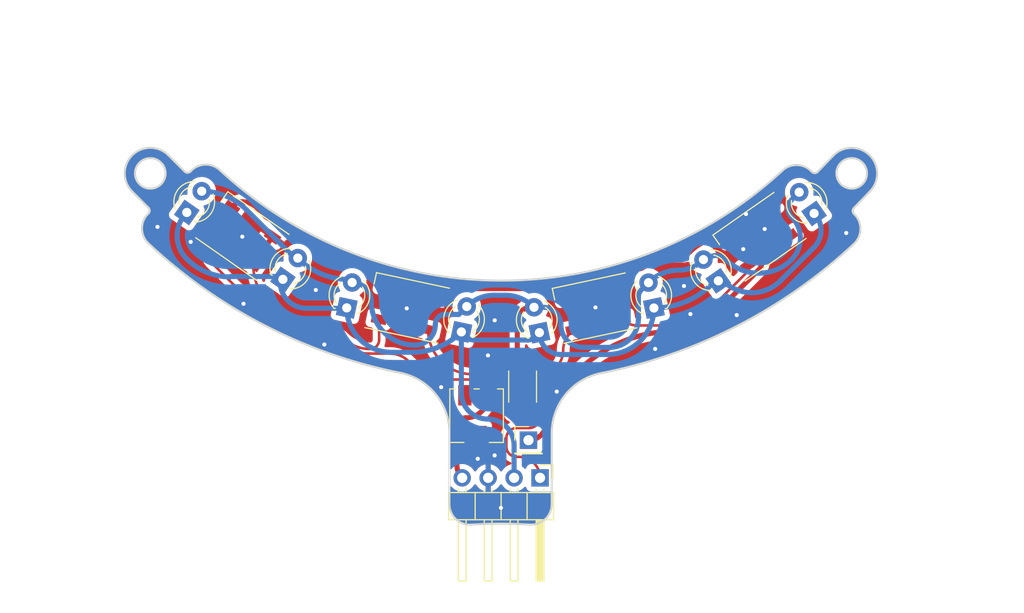
<source format=kicad_pcb>
(kicad_pcb (version 20221018) (generator pcbnew)
  (layers (0 "F.Cu" signal) (31 "B.Cu" signal) (34 "B.Paste" user) (35 "F.Paste" user) (36 "B.SilkS" user "B.Silkscreen") (37 "F.SilkS" user "F.Silkscreen") (38 "B.Mask" user) (39 "F.Mask" user) (44 "Edge.Cuts" user))
  (net 0 "")
  (net 1 "GND")
  (net 2 "+5V")
  (net 3 "/PWM")
  (net 4 "+3.3V")
  (net 5 "/S")
  (net 6 "Net-(Q1-E)")
  (net 9 "Net-(D1-DIN)")
  (net 10 "Net-(D2-DOUT)")
  (net 11 "Net-(D2-DIN)")
  (footprint "LED_THT:LED_D3.0mm_Clear" (layer "F.Cu") (at 174.756262 102.614105 78)
    (fp_text reference "Q10" hide)
    (fp_text value "Q_Photo_NPN")
    (fp_line (start -0.29 -1.236) (end -0.29 -1.08) (stroke (width 0.12)) (layer "F.SilkS"))
    (fp_line (start -0.29 1.08) (end -0.29 1.236) (stroke (width 0.12)) (layer "F.SilkS"))
    (fp_arc (start -0.29 -1.235516) (mid 1.366487 -1.987659) (end 2.942335 -1.078608) (stroke (width 0.12)) (layer "F.SilkS"))
    (fp_arc (start 0.229039 -1.08) (mid 1.270117 -1.5) (end 2.31113 -1.079837) (stroke (width 0.12)) (layer "F.SilkS"))
    (fp_arc (start 2.31113 1.079837) (mid 1.270117 1.5) (end 0.229039 1.08) (stroke (width 0.12)) (layer "F.SilkS"))
    (fp_arc (start 2.942335 1.078608) (mid 1.366487 1.987659) (end -0.29 1.235516) (stroke (width 0.12)) (layer "F.SilkS"))
    (pad "1" thru_hole rect (at 0 0 78) (size 1.8 1.8) (drill 0.9) (layers "*.Cu" "*.Mask") (net 4 "+3.3V"))
    (pad "2" thru_hole circle (at 2.54 0 78) (size 1.8 1.8) (drill 0.9) (layers "*.Cu" "*.Mask") (net 6 "Net-(Q1-E)"))
  )
  (footprint "LED_THT:LED_D3.0mm_Clear" (layer "F.Cu") (at 193.597947 100.275554 102)
    (fp_text reference "Q2" hide)
    (fp_text value "Q_Photo_NPN")
    (fp_line (start -0.29 -1.236) (end -0.29 -1.08) (stroke (width 0.12)) (layer "F.SilkS"))
    (fp_line (start -0.29 1.08) (end -0.29 1.236) (stroke (width 0.12)) (layer "F.SilkS"))
    (fp_arc (start -0.29 -1.235516) (mid 1.366487 -1.987659) (end 2.942335 -1.078608) (stroke (width 0.12)) (layer "F.SilkS"))
    (fp_arc (start 0.229039 -1.08) (mid 1.270118 -1.5) (end 2.31113 -1.079837) (stroke (width 0.12)) (layer "F.SilkS"))
    (fp_arc (start 2.31113 1.079837) (mid 1.270118 1.5) (end 0.229039 1.08) (stroke (width 0.12)) (layer "F.SilkS"))
    (fp_arc (start 2.942335 1.078608) (mid 1.366487 1.987659) (end -0.29 1.235516) (stroke (width 0.12)) (layer "F.SilkS"))
    (pad "1" thru_hole rect (at 0 0 102) (size 1.8 1.8) (drill 0.9) (layers "*.Cu" "*.Mask") (net 4 "+3.3V"))
    (pad "2" thru_hole circle (at 2.54 0 102) (size 1.8 1.8) (drill 0.9) (layers "*.Cu" "*.Mask") (net 6 "Net-(Q1-E)"))
  )
  (footprint "LED_THT:LED_D3.0mm_Clear" (layer "F.Cu") (at 182.394613 102.687566 102)
    (fp_text reference "Q1" hide)
    (fp_text value "Q_Photo_NPN")
    (fp_line (start -0.29 -1.236) (end -0.29 -1.08) (stroke (width 0.12)) (layer "F.SilkS"))
    (fp_line (start -0.29 1.08) (end -0.29 1.236) (stroke (width 0.12)) (layer "F.SilkS"))
    (fp_arc (start -0.29 -1.235516) (mid 1.366487 -1.987659) (end 2.942335 -1.078608) (stroke (width 0.12)) (layer "F.SilkS"))
    (fp_arc (start 0.229039 -1.08) (mid 1.270118 -1.5) (end 2.31113 -1.079837) (stroke (width 0.12)) (layer "F.SilkS"))
    (fp_arc (start 2.31113 1.079837) (mid 1.270118 1.5) (end 0.229039 1.08) (stroke (width 0.12)) (layer "F.SilkS"))
    (fp_arc (start 2.942335 1.078608) (mid 1.366487 1.987659) (end -0.29 1.235516) (stroke (width 0.12)) (layer "F.SilkS"))
    (pad "1" thru_hole rect (at 0 0 102) (size 1.8 1.8) (drill 0.9) (layers "*.Cu" "*.Mask") (net 4 "+3.3V"))
    (pad "2" thru_hole circle (at 2.54 0 102) (size 1.8 1.8) (drill 0.9) (layers "*.Cu" "*.Mask") (net 6 "Net-(Q1-E)"))
  )
  (footprint "LED_SMD:LED_WS2812B_PLCC4_5.0x5.0mm_P3.2mm" (layer "F.Cu") (at 187.793614 100.287606 -168)
    (fp_text reference "D5" hide)
    (fp_text value "NeoPixel_THT")
    (fp_line (start -3.65 -2.75) (end 3.65 -2.75) (stroke (width 0.12)) (layer "F.SilkS"))
    (fp_line (start -3.65 2.75) (end 3.65 2.75) (stroke (width 0.12)) (layer "F.SilkS"))
    (fp_line (start 3.65 2.75) (end 3.65 1.6) (stroke (width 0.12)) (layer "F.SilkS"))
    (pad "1" smd rect (at -2.45 -1.65 192) (size 1.5 0.9) (layers "F.Cu" "F.Paste" "F.Mask") (net 9 "Net-(D1-DIN)"))
    (pad "2" smd rect (at -2.45 1.65 192) (size 1.5 0.9) (layers "F.Cu" "F.Paste" "F.Mask") (net 1 "GND"))
    (pad "3" smd rect (at 2.45 1.65 192) (size 1.5 0.9) (layers "F.Cu" "F.Paste" "F.Mask") (net 2 "+5V"))
    (pad "4" smd rect (at 2.45 -1.65 192) (size 1.5 0.9) (layers "F.Cu" "F.Paste" "F.Mask") (net 10 "Net-(D2-DOUT)"))
  )
  (footprint "LED_SMD:LED_WS2812B_PLCC4_5.0x5.0mm_P3.2mm" (layer "F.Cu") (at 153.325816 93.229401 145)
    (fp_text reference "D3" hide)
    (fp_text value "NeoPixel_THT")
    (fp_line (start -3.65 -2.75) (end 3.65 -2.75) (stroke (width 0.12)) (layer "F.SilkS"))
    (fp_line (start -3.65 2.75) (end 3.65 2.75) (stroke (width 0.12)) (layer "F.SilkS"))
    (fp_line (start 3.65 2.75) (end 3.65 1.6) (stroke (width 0.12)) (layer "F.SilkS"))
    (pad "1" smd rect (at -2.45 -1.65 145) (size 1.5 0.9) (layers "F.Cu" "F.Paste" "F.Mask") (net 11 "Net-(D2-DIN)"))
    (pad "2" smd rect (at -2.45 1.65 145) (size 1.5 0.9) (layers "F.Cu" "F.Paste" "F.Mask") (net 1 "GND"))
    (pad "3" smd rect (at 2.45 1.65 145) (size 1.5 0.9) (layers "F.Cu" "F.Paste" "F.Mask") (net 2 "+5V"))
    (pad "4" smd rect (at 2.45 -1.65 145) (size 1.5 0.9) (layers "F.Cu" "F.Paste" "F.Mask") (net 3 "/PWM"))
  )
  (footprint "Potentiometer_SMD:Potentiometer_Vishay_TS53YJ_Vertical" (layer "F.Cu") (at 176.248592 110.820719 90)
    (fp_text reference "RV2" hide)
    (fp_text value "R_Potentiometer_Trim_US")
    (fp_line (start -2.62 -2.62) (end -2.62 -1.24) (stroke (width 0.12)) (layer "F.SilkS"))
    (fp_line (start -2.62 -2.62) (end 2.62 -2.62) (stroke (width 0.12)) (layer "F.SilkS"))
    (fp_line (start -2.62 1.24) (end -2.62 2.62) (stroke (width 0.12)) (layer "F.SilkS"))
    (fp_line (start -2.62 2.62) (end 2.62 2.62) (stroke (width 0.12)) (layer "F.SilkS"))
    (fp_line (start 2.62 -2.62) (end 2.62 -2.039) (stroke (width 0.12)) (layer "F.SilkS"))
    (fp_line (start 2.62 -0.26) (end 2.62 0.26) (stroke (width 0.12)) (layer "F.SilkS"))
    (fp_line (start 2.62 2.04) (end 2.62 2.62) (stroke (width 0.12)) (layer "F.SilkS"))
    (pad "1" smd rect (at 2 -1.15 90) (size 2 1.3) (layers "F.Cu" "F.Paste" "F.Mask"))
    (pad "2" smd rect (at -2 0 90) (size 2 2) (layers "F.Cu" "F.Paste" "F.Mask") (net 1 "GND"))
    (pad "3" smd rect (at 2 1.15 90) (size 2 1.3) (layers "F.Cu" "F.Paste" "F.Mask") (net 5 "/S"))
  )
  (footprint "LED_SMD:LED_WS2812B_PLCC4_5.0x5.0mm_P3.2mm" (layer "F.Cu") (at 169.448838 100.26428 168)
    (fp_text reference "D2" hide)
    (fp_text value "NeoPixel_THT")
    (fp_line (start -3.65 -2.75) (end 3.65 -2.75) (stroke (width 0.12)) (layer "F.SilkS"))
    (fp_line (start -3.65 2.75) (end 3.65 2.75) (stroke (width 0.12)) (layer "F.SilkS"))
    (fp_line (start 3.65 2.75) (end 3.65 1.6) (stroke (width 0.12)) (layer "F.SilkS"))
    (pad "1" smd rect (at -2.45 -1.65 168) (size 1.5 0.9) (layers "F.Cu" "F.Paste" "F.Mask") (net 10 "Net-(D2-DOUT)"))
    (pad "2" smd rect (at -2.45 1.65 168) (size 1.5 0.9) (layers "F.Cu" "F.Paste" "F.Mask") (net 1 "GND"))
    (pad "3" smd rect (at 2.45 1.65 168) (size 1.5 0.9) (layers "F.Cu" "F.Paste" "F.Mask") (net 2 "+5V"))
    (pad "4" smd rect (at 2.45 -1.65 168) (size 1.5 0.9) (layers "F.Cu" "F.Paste" "F.Mask") (net 11 "Net-(D2-DIN)"))
  )
  (footprint "LED_THT:LED_D3.0mm_Clear" (layer "F.Cu") (at 209.27268 91.014723 125)
    (fp_text reference "Q4" hide)
    (fp_text value "Q_Photo_NPN")
    (fp_line (start -0.29 -1.236) (end -0.29 -1.08) (stroke (width 0.12)) (layer "F.SilkS"))
    (fp_line (start -0.29 1.08) (end -0.29 1.236) (stroke (width 0.12)) (layer "F.SilkS"))
    (fp_arc (start -0.29 -1.235516) (mid 1.366488 -1.987659) (end 2.942335 -1.078608) (stroke (width 0.12)) (layer "F.SilkS"))
    (fp_arc (start 0.229039 -1.08) (mid 1.270117 -1.5) (end 2.31113 -1.079837) (stroke (width 0.12)) (layer "F.SilkS"))
    (fp_arc (start 2.31113 1.079837) (mid 1.270117 1.5) (end 0.229039 1.08) (stroke (width 0.12)) (layer "F.SilkS"))
    (fp_arc (start 2.942335 1.078608) (mid 1.366488 1.987659) (end -0.29 1.235516) (stroke (width 0.12)) (layer "F.SilkS"))
    (pad "1" thru_hole rect (at 0 0 125) (size 1.8 1.8) (drill 0.9) (layers "*.Cu" "*.Mask") (net 4 "+3.3V"))
    (pad "2" thru_hole circle (at 2.54 0 125) (size 1.8 1.8) (drill 0.9) (layers "*.Cu" "*.Mask") (net 6 "Net-(Q1-E)"))
  )
  (footprint "LED_THT:LED_D3.0mm_Clear" (layer "F.Cu") (at 199.902405 97.612484 125)
    (fp_text reference "Q3" hide)
    (fp_text value "Q_Photo_NPN")
    (fp_line (start -0.29 -1.236) (end -0.29 -1.08) (stroke (width 0.12)) (layer "F.SilkS"))
    (fp_line (start -0.29 1.08) (end -0.29 1.236) (stroke (width 0.12)) (layer "F.SilkS"))
    (fp_arc (start -0.29 -1.235516) (mid 1.366488 -1.987659) (end 2.942335 -1.078608) (stroke (width 0.12)) (layer "F.SilkS"))
    (fp_arc (start 0.229039 -1.08) (mid 1.270117 -1.5) (end 2.31113 -1.079837) (stroke (width 0.12)) (layer "F.SilkS"))
    (fp_arc (start 2.31113 1.079837) (mid 1.270117 1.5) (end 0.229039 1.08) (stroke (width 0.12)) (layer "F.SilkS"))
    (fp_arc (start 2.942335 1.078608) (mid 1.366488 1.987659) (end -0.29 1.235516) (stroke (width 0.12)) (layer "F.SilkS"))
    (pad "1" thru_hole rect (at 0 0 125) (size 1.8 1.8) (drill 0.9) (layers "*.Cu" "*.Mask") (net 4 "+3.3V"))
    (pad "2" thru_hole circle (at 2.54 0 125) (size 1.8 1.8) (drill 0.9) (layers "*.Cu" "*.Mask") (net 6 "Net-(Q1-E)"))
  )
  (footprint "LED_THT:LED_D3.0mm_Clear" (layer "F.Cu") (at 163.540453 100.260781 78)
    (fp_text reference "Q9" hide)
    (fp_text value "Q_Photo_NPN")
    (fp_line (start -0.29 -1.236) (end -0.29 -1.08) (stroke (width 0.12)) (layer "F.SilkS"))
    (fp_line (start -0.29 1.08) (end -0.29 1.236) (stroke (width 0.12)) (layer "F.SilkS"))
    (fp_arc (start -0.29 -1.235516) (mid 1.366487 -1.987659) (end 2.942335 -1.078608) (stroke (width 0.12)) (layer "F.SilkS"))
    (fp_arc (start 0.229039 -1.08) (mid 1.270117 -1.5) (end 2.31113 -1.079837) (stroke (width 0.12)) (layer "F.SilkS"))
    (fp_arc (start 2.31113 1.079837) (mid 1.270117 1.5) (end 0.229039 1.08) (stroke (width 0.12)) (layer "F.SilkS"))
    (fp_arc (start 2.942335 1.078608) (mid 1.366487 1.987659) (end -0.29 1.235516) (stroke (width 0.12)) (layer "F.SilkS"))
    (pad "1" thru_hole rect (at 0 0 78) (size 1.8 1.8) (drill 0.9) (layers "*.Cu" "*.Mask") (net 4 "+3.3V"))
    (pad "2" thru_hole circle (at 2.54 0 78) (size 1.8 1.8) (drill 0.9) (layers "*.Cu" "*.Mask") (net 6 "Net-(Q1-E)"))
  )
  (footprint "Connector_PinHeader_2.54mm:PinHeader_1x04_P2.54mm_Horizontal" (layer "F.Cu") (at 182.456099 116.907974 -90)
    (fp_text reference "J2" hide)
    (fp_text value "Conn_01x04_Pin")
    (fp_line (start -1.27 -1.27) (end 0 -1.27) (stroke (width 0.12)) (layer "F.SilkS"))
    (fp_line (start -1.27 0) (end -1.27 -1.27) (stroke (width 0.12)) (layer "F.SilkS"))
    (fp_line (start 1.042929 2.16) (end 1.44 2.16) (stroke (width 0.12)) (layer "F.SilkS"))
    (fp_line (start 1.042929 2.92) (end 1.44 2.92) (stroke (width 0.12)) (layer "F.SilkS"))
    (fp_line (start 1.042929 4.7) (end 1.44 4.7) (stroke (width 0.12)) (layer "F.SilkS"))
    (fp_line (start 1.042929 5.46) (end 1.44 5.46) (stroke (width 0.12)) (layer "F.SilkS"))
    (fp_line (start 1.042929 7.24) (end 1.44 7.24) (stroke (width 0.12)) (layer "F.SilkS"))
    (fp_line (start 1.042929 8) (end 1.44 8) (stroke (width 0.12)) (layer "F.SilkS"))
    (fp_line (start 1.11 -0.38) (end 1.44 -0.38) (stroke (width 0.12)) (layer "F.SilkS"))
    (fp_line (start 1.11 0.38) (end 1.44 0.38) (stroke (width 0.12)) (layer "F.SilkS"))
    (fp_line (start 1.44 -1.33) (end 1.44 8.95) (stroke (width 0.12)) (layer "F.SilkS"))
    (fp_line (start 1.44 1.27) (end 4.1 1.27) (stroke (width 0.12)) (layer "F.SilkS"))
    (fp_line (start 1.44 3.81) (end 4.1 3.81) (stroke (width 0.12)) (layer "F.SilkS"))
    (fp_line (start 1.44 6.35) (end 4.1 6.35) (stroke (width 0.12)) (layer "F.SilkS"))
    (fp_line (start 1.44 8.95) (end 4.1 8.95) (stroke (width 0.12)) (layer "F.SilkS"))
    (fp_line (start 4.1 -1.33) (end 1.44 -1.33) (stroke (width 0.12)) (layer "F.SilkS"))
    (fp_line (start 4.1 -0.38) (end 10.1 -0.38) (stroke (width 0.12)) (layer "F.SilkS"))
    (fp_line (start 4.1 -0.32) (end 10.1 -0.32) (stroke (width 0.12)) (layer "F.SilkS"))
    (fp_line (start 4.1 -0.2) (end 10.1 -0.2) (stroke (width 0.12)) (layer "F.SilkS"))
    (fp_line (start 4.1 -0.08) (end 10.1 -0.08) (stroke (width 0.12)) (layer "F.SilkS"))
    (fp_line (start 4.1 0.04) (end 10.1 0.04) (stroke (width 0.12)) (layer "F.SilkS"))
    (fp_line (start 4.1 0.16) (end 10.1 0.16) (stroke (width 0.12)) (layer "F.SilkS"))
    (fp_line (start 4.1 0.28) (end 10.1 0.28) (stroke (width 0.12)) (layer "F.SilkS"))
    (fp_line (start 4.1 2.16) (end 10.1 2.16) (stroke (width 0.12)) (layer "F.SilkS"))
    (fp_line (start 4.1 4.7) (end 10.1 4.7) (stroke (width 0.12)) (layer "F.SilkS"))
    (fp_line (start 4.1 7.24) (end 10.1 7.24) (stroke (width 0.12)) (layer "F.SilkS"))
    (fp_line (start 4.1 8.95) (end 4.1 -1.33) (stroke (width 0.12)) (layer "F.SilkS"))
    (fp_line (start 10.1 -0.38) (end 10.1 0.38) (stroke (width 0.12)) (layer "F.SilkS"))
    (fp_line (start 10.1 0.38) (end 4.1 0.38) (stroke (width 0.12)) (layer "F.SilkS"))
    (fp_line (start 10.1 2.16) (end 10.1 2.92) (stroke (width 0.12)) (layer "F.SilkS"))
    (fp_line (start 10.1 2.92) (end 4.1 2.92) (stroke (width 0.12)) (layer "F.SilkS"))
    (fp_line (start 10.1 4.7) (end 10.1 5.46) (stroke (width 0.12)) (layer "F.SilkS"))
    (fp_line (start 10.1 5.46) (end 4.1 5.46) (stroke (width 0.12)) (layer "F.SilkS"))
    (fp_line (start 10.1 7.24) (end 10.1 8) (stroke (width 0.12)) (layer "F.SilkS"))
    (fp_line (start 10.1 8) (end 4.1 8) (stroke (width 0.12)) (layer "F.SilkS"))
    (pad "1" thru_hole rect (at 0 0 270) (size 1.7 1.7) (drill 1) (layers "*.Cu" "*.Mask") (net 3 "/PWM"))
    (pad "2" thru_hole oval (at 0 2.54 270) (size 1.7 1.7) (drill 1) (layers "*.Cu" "*.Mask") (net 4 "+3.3V"))
    (pad "3" thru_hole oval (at 0 5.08 270) (size 1.7 1.7) (drill 1) (layers "*.Cu" "*.Mask") (net 1 "GND"))
    (pad "4" thru_hole oval (at 0 7.62 270) (size 1.7 1.7) (drill 1) (layers "*.Cu" "*.Mask") (net 5 "/S"))
  )
  (footprint "Connector_PinHeader_2.54mm:PinHeader_1x01_P2.54mm_Vertical" (layer "F.Cu") (at 181.323592 113.220719)
    (fp_text reference "J3" hide)
    (fp_text value "Conn_01x01_Pin")
    (fp_line (start -1.33 -1.33) (end 0 -1.33) (stroke (width 0.12)) (layer "F.SilkS"))
    (fp_line (start -1.33 0) (end -1.33 -1.33) (stroke (width 0.12)) (layer "F.SilkS"))
    (fp_line (start -1.33 1.27) (end -1.33 1.33) (stroke (width 0.12)) (layer "F.SilkS"))
    (fp_line (start -1.33 1.27) (end 1.33 1.27) (stroke (width 0.12)) (layer "F.SilkS"))
    (fp_line (start -1.33 1.33) (end 1.33 1.33) (stroke (width 0.12)) (layer "F.SilkS"))
    (fp_line (start 1.33 1.27) (end 1.33 1.33) (stroke (width 0.12)) (layer "F.SilkS"))
    (pad "1" thru_hole rect (at 0 0) (size 1.7 1.7) (drill 1) (layers "*.Cu" "*.Mask") (net 2 "+5V"))
  )
  (footprint "LED_SMD:LED_WS2812B_PLCC4_5.0x5.0mm_P3.2mm" (layer "F.Cu") (at 203.934473 93.293751 -145)
    (fp_text reference "D1" hide)
    (fp_text value "NeoPixel_THT")
    (fp_line (start -3.65 -2.75) (end 3.65 -2.75) (stroke (width 0.12)) (layer "F.SilkS"))
    (fp_line (start -3.65 2.75) (end 3.65 2.75) (stroke (width 0.12)) (layer "F.SilkS"))
    (fp_line (start 3.65 2.75) (end 3.65 1.6) (stroke (width 0.12)) (layer "F.SilkS"))
    (pad "1" smd rect (at -2.45 -1.65 215) (size 1.5 0.9) (layers "F.Cu" "F.Paste" "F.Mask"))
    (pad "2" smd rect (at -2.45 1.65 215) (size 1.5 0.9) (layers "F.Cu" "F.Paste" "F.Mask") (net 1 "GND"))
    (pad "3" smd rect (at 2.45 1.65 215) (size 1.5 0.9) (layers "F.Cu" "F.Paste" "F.Mask") (net 2 "+5V"))
    (pad "4" smd rect (at 2.45 -1.65 215) (size 1.5 0.9) (layers "F.Cu" "F.Paste" "F.Mask") (net 9 "Net-(D1-DIN)"))
  )
  (footprint "LED_THT:LED_D3.0mm_Clear" (layer "F.Cu") (at 147.888486 90.917591 55)
    (fp_text reference "Q7" hide)
    (fp_text value "Q_Photo_NPN")
    (fp_line (start -0.29 -1.236) (end -0.29 -1.08) (stroke (width 0.12)) (layer "F.SilkS"))
    (fp_line (start -0.29 1.08) (end -0.29 1.236) (stroke (width 0.12)) (layer "F.SilkS"))
    (fp_arc (start -0.29 -1.235516) (mid 1.366487 -1.987659) (end 2.942335 -1.078608) (stroke (width 0.12)) (layer "F.SilkS"))
    (fp_arc (start 0.229039 -1.08) (mid 1.270118 -1.5) (end 2.31113 -1.079837) (stroke (width 0.12)) (layer "F.SilkS"))
    (fp_arc (start 2.31113 1.079837) (mid 1.270117 1.5) (end 0.229039 1.08) (stroke (width 0.12)) (layer "F.SilkS"))
    (fp_arc (start 2.942335 1.078608) (mid 1.366487 1.987659) (end -0.29 1.235516) (stroke (width 0.12)) (layer "F.SilkS"))
    (pad "1" thru_hole rect (at 0 0 55) (size 1.8 1.8) (drill 0.9) (layers "*.Cu" "*.Mask") (net 4 "+3.3V"))
    (pad "2" thru_hole circle (at 2.54 0 55) (size 1.8 1.8) (drill 0.9) (layers "*.Cu" "*.Mask") (net 6 "Net-(Q1-E)"))
  )
  (footprint "LED_THT:LED_D3.0mm_Clear" (layer "F.Cu") (at 157.293176 97.466202 55)
    (fp_text reference "Q8" hide)
    (fp_text value "Q_Photo_NPN")
    (fp_line (start -0.29 -1.236) (end -0.29 -1.08) (stroke (width 0.12)) (layer "F.SilkS"))
    (fp_line (start -0.29 1.08) (end -0.29 1.236) (stroke (width 0.12)) (layer "F.SilkS"))
    (fp_arc (start -0.29 -1.235516) (mid 1.366487 -1.987659) (end 2.942335 -1.078608) (stroke (width 0.12)) (layer "F.SilkS"))
    (fp_arc (start 0.229039 -1.08) (mid 1.270118 -1.5) (end 2.31113 -1.079837) (stroke (width 0.12)) (layer "F.SilkS"))
    (fp_arc (start 2.31113 1.079837) (mid 1.270117 1.5) (end 0.229039 1.08) (stroke (width 0.12)) (layer "F.SilkS"))
    (fp_arc (start 2.942335 1.078608) (mid 1.366487 1.987659) (end -0.29 1.235516) (stroke (width 0.12)) (layer "F.SilkS"))
    (pad "1" thru_hole rect (at 0 0 55) (size 1.8 1.8) (drill 0.9) (layers "*.Cu" "*.Mask") (net 4 "+3.3V"))
    (pad "2" thru_hole circle (at 2.54 0 55) (size 1.8 1.8) (drill 0.9) (layers "*.Cu" "*.Mask") (net 6 "Net-(Q1-E)"))
  )
  (footprint "Resistor_SMD:R_2010_5025Metric" (layer "F.Cu") (at 180.748592 107.970719 90)
    (fp_text reference "R8" hide)
    (fp_text value "1K")
    (fp_line (start -1.527064 -1.36) (end 1.527064 -1.36) (stroke (width 0.12)) (layer "F.SilkS"))
    (fp_line (start -1.527064 1.36) (end 1.527064 1.36) (stroke (width 0.12)) (layer "F.SilkS"))
    (pad "1" smd roundrect (at -2.3125 0 90) (size 1.225 2.65) (layers "F.Cu" "F.Paste" "F.Mask") (roundrect_rratio 0.2040816327) (net 5 "/S"))
    (pad "2" smd roundrect (at 2.3125 0 90) (size 1.225 2.65) (layers "F.Cu" "F.Paste" "F.Mask") (roundrect_rratio 0.2040816327) (net 6 "Net-(Q1-E)"))
  )
  (gr_arc (start 144.14101 93.941029) (mid 143.508992 92.514164) (end 144.094524 91.067596) (stroke (width 0.2)) (layer "Edge.Cuts"))
  (gr_arc (start 206.196915 86.808612) (mid 207.594254 86.276265) (end 208.97018 86.861702) (stroke (width 0.2)) (layer "Edge.Cuts"))
  (gr_arc (start 213.215544 91.107065) (mid 213.801067 92.554834) (end 213.167319 93.982126) (stroke (width 0.2)) (layer "Edge.Cuts"))
  (gr_line (start 211.149264 85.357836) (end 209.627036 86.941657) (stroke (width 0.2)) (layer "Edge.Cuts"))
  (gr_arc (start 148.339697 86.822423) (mid 149.716985 86.236985) (end 151.114955 86.771182) (stroke (width 0.2)) (layer "Edge.Cuts"))
  (gr_arc (start 183.594484 112.530724) (mid 184.96 108.72) (end 188.435011 106.643821) (stroke (width 0.2)) (layer "Edge.Cuts"))
  (gr_arc (start 206.196915 86.808612) (mid 178.648592 97.59572) (end 151.114955 86.771182) (stroke (width 0.2)) (layer "Edge.Cuts"))
  (gr_arc (start 211.149264 85.357836) (mid 214.684049 85.287766) (end 214.7542 88.822578) (stroke (width 0.2)) (layer "Edge.Cuts"))
  (gr_circle (center 212.951732 87.090207) (end 214.451732 87.090207) (stroke (width 0.2)) (fill none) (layer "Edge.Cuts"))
  (gr_line (start 213.152272 90.489324) (end 214.7542 88.822578) (stroke (width 0.2)) (layer "Edge.Cuts"))
  (gr_line (start 144.14478 91.01734) (end 144.094524 91.067596) (stroke (width 0.2)) (layer "Edge.Cuts"))
  (gr_line (start 142.551099 88.857974) (end 144.14478 90.451654) (stroke (width 0.2)) (layer "Edge.Cuts"))
  (gr_arc (start 175.723881 121.489129) (mid 178.596142 121.394866) (end 181.468562 121.484131) (stroke (width 0.2)) (layer "Edge.Cuts"))
  (gr_arc (start 213.157824 91.049346) (mid 213.040734 90.770473) (end 213.152272 90.489324) (stroke (width 0.2)) (layer "Edge.Cuts"))
  (gr_arc (start 209.627036 86.941657) (mid 209.342622 87.064434) (end 209.055799 86.94732) (stroke (width 0.2)) (layer "Edge.Cuts"))
  (gr_line (start 147.680314 86.91612) (end 146.086633 85.32244) (stroke (width 0.2)) (layer "Edge.Cuts"))
  (gr_line (start 148.339697 86.822423) (end 148.245999 86.91612) (stroke (width 0.2)) (layer "Edge.Cuts"))
  (gr_line (start 183.594484 119.488099) (end 183.594484 112.530724) (stroke (width 0.2)) (layer "Edge.Cuts"))
  (gr_arc (start 148.245999 86.91612) (mid 147.963157 87.033278) (end 147.680314 86.91612) (stroke (width 0.2)) (layer "Edge.Cuts"))
  (gr_arc (start 168.771295 106.614857) (mid 155.570198 101.999702) (end 144.14101 93.941029) (stroke (width 0.2)) (layer "Edge.Cuts"))
  (gr_line (start 209.055799 86.94732) (end 208.97018 86.861702) (stroke (width 0.2)) (layer "Edge.Cuts"))
  (gr_arc (start 142.551099 88.857974) (mid 142.551099 85.32244) (end 146.086633 85.32244) (stroke (width 0.2)) (layer "Edge.Cuts"))
  (gr_line (start 213.215544 91.107065) (end 213.157824 91.049346) (stroke (width 0.2)) (layer "Edge.Cuts"))
  (gr_line (start 173.594484 112.498319) (end 173.594484 119.49332) (stroke (width 0.2)) (layer "Edge.Cuts"))
  (gr_circle (center 144.318866 87.090207) (end 145.818866 87.090207) (stroke (width 0.2)) (fill none) (layer "Edge.Cuts"))
  (gr_arc (start 183.594484 119.488099) (mid 182.96346 120.946164) (end 181.468562 121.484131) (stroke (width 0.2)) (layer "Edge.Cuts"))
  (gr_arc (start 213.167319 93.982126) (mid 201.689101 102.047395) (end 188.435011 106.643821) (stroke (width 0.2)) (layer "Edge.Cuts"))
  (gr_arc (start 144.14478 90.451654) (mid 144.26194 90.734503) (end 144.14478 91.01734) (stroke (width 0.2)) (layer "Edge.Cuts"))
  (gr_arc (start 168.771295 106.614857) (mid 172.234579 108.694428) (end 173.594484 112.498319) (stroke (width 0.2)) (layer "Edge.Cuts"))
  (gr_arc (start 175.723881 121.489129) (mid 174.22679 120.952562) (end 173.594484 119.49332) (stroke (width 0.2)) (layer "Edge.Cuts"))
  (via (at 148.27 93.8) (size 0.8) (drill 0.4) (layers "F.Cu" "B.Cu") (net 1))
  (via (at 161.35 103.85) (size 0.8) (drill 0.4) (layers "F.Cu" "B.Cu") (net 1))
  (via (at 187.88 100.22) (size 0.8) (drill 0.4) (layers "F.Cu" "B.Cu") (net 1))
  (via (at 196.54 98.12) (size 0.8) (drill 0.4) (layers "F.Cu" "B.Cu") (net 1))
  (via (at 193.72 104.28) (size 0.8) (drill 0.4) (layers "F.Cu" "B.Cu") (net 1))
  (via (at 178.01 114.71) (size 0.8) (drill 0.4) (layers "F.Cu" "B.Cu") (net 1))
  (via (at 202.34 94.51) (size 0.8) (drill 0.4) (layers "F.Cu" "B.Cu") (net 1))
  (via (at 178.63 119.84) (size 0.8) (drill 0.4) (layers "F.Cu" "B.Cu") (net 1))
  (via (at 202.61 91.07) (size 0.8) (drill 0.4) (layers "F.Cu" "B.Cu") (net 1))
  (via (at 204.44 92.54) (size 0.8) (drill 0.4) (layers "F.Cu" "B.Cu") (net 1))
  (via (at 201.7 100.97) (size 0.8) (drill 0.4) (layers "F.Cu" "B.Cu") (net 1))
  (via (at 172.78 108.03) (size 0.8) (drill 0.4) (layers "F.Cu" "B.Cu") (net 1))
  (via (at 169.41 100.31) (size 0.8) (drill 0.4) (layers "F.Cu" "B.Cu") (net 1))
  (via (at 176.36 115.04) (size 0.8) (drill 0.4) (layers "F.Cu" "B.Cu") (net 1))
  (via (at 178.02 101.48) (size 0.8) (drill 0.4) (layers "F.Cu" "B.Cu") (net 1))
  (via (at 212.42 92.93) (size 0.8) (drill 0.4) (layers "F.Cu" "B.Cu") (net 1))
  (via (at 153.44 99.86) (size 0.8) (drill 0.4) (layers "F.Cu" "B.Cu") (net 1))
  (via (at 153.32 93.29) (size 0.8) (drill 0.4) (layers "F.Cu" "B.Cu") (net 1))
  (via (at 197.17 100.87) (size 0.8) (drill 0.4) (layers "F.Cu" "B.Cu") (net 1))
  (via (at 160.51 98.51) (size 0.8) (drill 0.4) (layers "F.Cu" "B.Cu") (net 1))
  (via (at 177.36 104.92) (size 0.8) (drill 0.4) (layers "F.Cu" "B.Cu") (net 1))
  (via (at 145.02 92.33) (size 0.8) (drill 0.4) (layers "F.Cu" "B.Cu") (net 1))
  (via (at 184.09 108.46) (size 0.8) (drill 0.4) (layers "F.Cu" "B.Cu") (net 1))
  (segment (start 171.070442 97.706228) (end 174.053125 97.706228) (width 0.5) (layer "F.Cu") (net 2))
  (segment (start 167.395431 98.140953) (end 166.203087 96.948609) (width 0.5) (layer "F.Cu") (net 2))
  (segment (start 201.298561 93.03) (end 200.981149 93.347412) (width 0.5) (layer "F.Cu") (net 2))
  (segment (start 174.547692 97.98362) (end 174.641179 98.077107) (width 0.5) (layer "F.Cu") (net 2))
  (segment (start 175.348286 98.37) (end 183.091234 98.37) (width 0.5) (layer "F.Cu") (net 2))
  (segment (start 185.935031 106.694969) (end 186.151505 106.478495) (width 0.5) (layer "F.Cu") (net 2))
  (segment (start 155.607107 91.307107) (end 154.797811 90.497811) (width 0.5) (layer "F.Cu") (net 2))
  (segment (start 152.574992 90.162841) (end 152.265295 90.472538) (width 0.5) (layer "F.Cu") (net 2))
  (segment (start 199.3986 100.9914) (end 203.8117 96.5783) (width 0.5) (layer "F.Cu") (net 2))
  (segment (start 167.395431 98.140953) (end 168.163491 97.372893) (width 0.5) (layer "F.Cu") (net 2))
  (segment (start 162.747107 95.517107) (end 162.045424 94.815424) (width 0.5) (layer "F.Cu") (net 2))
  (segment (start 185.256954 99.183046) (end 185.054098 99.183046) (width 0.5) (layer "F.Cu") (net 2))
  (segment (start 188.712044 97.01) (end 187.844214 97.01) (width 0.5) (layer "F.Cu") (net 2))
  (segment (start 183.07 111.474311) (end 183.07 108.605261) (width 0.5) (layer "F.Cu") (net 2))
  (segment (start 160.287107 94.087107) (end 159.843825 93.643825) (width 0.5) (layer "F.Cu") (net 2))
  (segment (start 192.296818 96.409402) (end 190.14163 96.409402) (width 0.5) (layer "F.Cu") (net 2))
  (segment (start 192.716818 96.153182) (end 193.278721 95.591254) (width 0.5) (layer "F.Cu") (net 2))
  (segment (start 187.137107 97.302893) (end 185.256954 99.183046) (width 0.5) (layer "F.Cu") (net 2))
  (segment (start 170.322893 97.372893) (end 170.363335 97.413335) (width 0.5) (layer "F.Cu") (net 2))
  (segment (start 158.113537 92.927107) (end 157.079323 91.892893) (width 0.5) (layer "F.Cu") (net 2))
  (segment (start 196.405766 95.07) (end 194.537102 95.07) (width 0.5) (layer "F.Cu") (net 2))
  (segment (start 200.981149 93.347412) (end 200.564459 93.347412) (width 0.5) (layer "F.Cu") (net 2))
  (segment (start 168.870598 97.08) (end 169.615786 97.08) (width 0.5) (layer "F.Cu") (net 2))
  (segment (start 189.434523 96.702295) (end 189.351815 96.785003) (width 0.5) (layer "F.Cu") (net 2))
  (segment (start 201.589141 93.03) (end 201.298561 93.03) (width 0.5) (layer "F.Cu") (net 2))
  (segment (start 156.372216 91.6) (end 156.314214 91.6) (width 0.5) (layer "F.Cu") (net 2))
  (arc (start 162.045424 94.815424) (mid 161.563126 94.493163) (end 160.994214 94.38) (width 0.5) (layer "F.Cu") (net 2))
  (arc (start 159.843825 93.643825) (mid 159.374375 93.330148) (end 158.820644 93.22) (width 0.5) (layer "F.Cu") (net 2))
  (arc (start 189.351815 96.785003) (mid 189.051096 96.952124) (end 188.712044 97.01) (width 0.5) (layer "F.Cu") (net 2))
  (arc (start 197.112893 94.777107) (mid 196.788464 94.993878) (end 196.405766 95.07) (width 0.5) (layer "F.Cu") (net 2))
  (arc (start 185.935031 106.694969) (mid 185.187303 107.194579) (end 184.305247 107.370004) (width 0.5) (layer "F.Cu") (net 2))
  (arc (start 160.994214 94.38) (mid 160.611531 94.30388) (end 160.287107 94.087107) (width 0.5) (layer "F.Cu") (net 2))
  (arc (start 186.151505 106.478495) (mid 190.491828 103.57838) (end 195.611629 102.560007) (width 0.5) (layer "F.Cu") (net 2))
  (arc (start 187.844214 97.01) (mid 187.461531 97.08612) (end 187.137107 97.302893) (width 0.5) (layer "F.Cu") (net 2))
  (arc (start 153.282047 89.87) (mid 154.102415 90.033163) (end 154.797811 90.497811) (width 0.5) (layer "F.Cu") (net 2))
  (arc (start 183.07 108.605261) (mid 183.431795 107.731806) (end 184.305247 107.370004) (width 0.5) (layer "F.Cu") (net 2))
  (arc (start 158.113537 92.927107) (mid 158.43796 93.14388) (end 158.820644 93.22) (width 0.5) (layer "F.Cu") (net 2))
  (arc (start 162.747107 95.517107) (mid 163.07153 95.73388) (end 163.454214 95.81) (width 0.5) (layer "F.Cu") (net 2))
  (arc (start 201.589141 93.03) (mid 203.435297 93.794703) (end 204.2 95.640861) (width 0.5) (layer "F.Cu") (net 2))
  (arc (start 174.641179 98.077107) (mid 174.965602 98.29388) (end 175.348286 98.37) (width 0.5) (layer "F.Cu") (net 2))
  (arc (start 190.14163 96.409402) (mid 189.758947 96.485522) (end 189.434523 96.702295) (width 0.5) (layer "F.Cu") (net 2))
  (arc (start 170.322893 97.372893) (mid 169.99847 97.15612) (end 169.615786 97.08) (width 0.5) (layer "F.Cu") (net 2))
  (arc (start 166.203087 96.948609) (mid 164.941907 96.105915) (end 163.454214 95.81) (width 0.5) (layer "F.Cu") (net 2))
  (arc (start 168.870598 97.08) (mid 168.487915 97.15612) (end 168.163491 97.372893) (width 0.5) (layer "F.Cu") (net 2))
  (arc (start 195.611629 102.560007) (mid 197.661123 102.152343) (end 199.3986 100.9914) (width 0.5) (layer "F.Cu") (net 2))
  (arc (start 192.716818 96.153182) (mid 192.522108 96.306365) (end 192.296818 96.409402) (width 0.5) (layer "F.Cu") (net 2))
  (arc (start 174.053125 97.706228) (mid 174.320072 97.809867) (end 174.547692 97.98362) (width 0.5) (layer "F.Cu") (net 2))
  (arc (start 153.282047 89.87) (mid 152.899378 89.946098) (end 152.574992 90.162841) (width 0.5) (layer "F.Cu") (net 2))
  (arc (start 171.070442 97.706228) (mid 170.687759 97.630108) (end 170.363335 97.413335) (width 0.5) (layer "F.Cu") (net 2))
  (arc (start 156.314214 91.6) (mid 155.931531 91.52388) (end 155.607107 91.307107) (width 0.5) (layer "F.Cu") (net 2))
  (arc (start 181.323592 113.220719) (mid 182.558489 112.709208) (end 183.07 111.474311) (width 0.5) (layer "F.Cu") (net 2))
  (arc (start 200.564459 93.347412) (mid 198.696493 93.718974) (end 197.112893 94.777107) (width 0.5) (layer "F.Cu") (net 2))
  (arc (start 157.079323 91.892893) (mid 156.7549 91.67612) (end 156.372216 91.6) (width 0.5) (layer "F.Cu") (net 2))
  (arc (start 183.091234 98.37) (mid 184.153526 98.581303) (end 185.054098 99.183046) (width 0.5) (layer "F.Cu") (net 2))
  (arc (start 204.2 95.640861) (mid 204.099084 96.148199) (end 203.8117 96.5783) (width 0.5) (layer "F.Cu") (net 2))
  (arc (start 194.537102 95.07) (mid 193.856068 95.20547) (end 193.278721 95.591254) (width 0.5) (layer "F.Cu") (net 2))
  (segment (start 150.372517 95.892517) (end 152.744052 98.264052) (width 0.25) (layer "F.Cu") (net 3))
  (segment (start 154.382925 98.942925) (end 156.249623 100.809623) (width 0.25) (layer "F.Cu") (net 3))
  (segment (start 173.905945 107.28) (end 181.398592 107.28) (width 0.25) (layer "F.Cu") (net 3))
  (segment (start 180.16 114.85) (end 180.398127 114.85) (width 0.25) (layer "F.Cu") (net 3))
  (segment (start 179.16 113.03) (end 179.16 113.85) (width 0.25) (layer "F.Cu") (net 3))
  (segment (start 181.398592 112.03) (end 180.16 112.03) (width 0.25) (layer "F.Cu") (net 3))
  (segment (start 165.738296 104.74) (end 167.774023 104.739999) (width 0.25) (layer "F.Cu") (net 3))
  (segment (start 182.398592 108.28) (end 182.398592 111.03) (width 0.25) (layer "F.Cu") (net 3))
  (arc (start 162.924452 103.574454) (mid 164.215468 104.437091) (end 165.738296 104.74) (width 0.25) (layer "F.Cu") (net 3))
  (arc (start 169.603741 105.497892) (mid 171.577626 106.816857) (end 173.905945 107.28) (width 0.25) (layer "F.Cu") (net 3))
  (arc (start 156.249623 100.809623) (mid 158.354577 102.216108) (end 160.837549 102.71) (width 0.25) (layer "F.Cu") (net 3))
  (arc (start 182.398592 108.28) (mid 182.105699 107.572893) (end 181.398592 107.28) (width 0.25) (layer "F.Cu") (net 3))
  (arc (start 180.16 114.85) (mid 179.452893 114.557107) (end 179.16 113.85) (width 0.25) (layer "F.Cu") (net 3))
  (arc (start 179.16 113.03) (mid 179.452893 112.322893) (end 180.16 112.03) (width 0.25) (layer "F.Cu") (net 3))
  (arc (start 182.398592 111.03) (mid 182.105699 111.737107) (end 181.398592 112.03) (width 0.25) (layer "F.Cu") (net 3))
  (arc (start 154.382925 98.942925) (mid 154.058459 98.726125) (end 153.675786 98.65) (width 0.25) (layer "F.Cu") (net 3))
  (arc (start 153.675786 98.65) (mid 153.171548 98.549695) (end 152.744052 98.264052) (width 0.25) (layer "F.Cu") (net 3))
  (arc (start 180.398127 114.85) (mid 181.853333 115.452766) (end 182.456099 116.907974) (width 0.25) (layer "F.Cu") (net 3))
  (arc (start 150.372492 93.17574) (mid 149.809849 94.534133) (end 150.372517 95.892517) (width 0.25) (layer "F.Cu") (net 3))
  (arc (start 167.774023 104.739999) (mid 168.764259 104.936969) (end 169.603741 105.497892) (width 0.25) (layer "F.Cu") (net 3))
  (arc (start 162.924452 103.574454) (mid 161.966948 102.934653) (end 160.837549 102.71) (width 0.25) (layer "F.Cu") (net 3))
  (segment (start 179.916099 116.907974) (end 179.916099 113.72805) (width 0.5) (layer "B.Cu") (net 4))
  (segment (start 181.965072 103.117107) (end 182.394613 102.687566) (width 0.5) (layer "B.Cu") (net 4))
  (segment (start 174.756262 102.614105) (end 175.259264 103.117107) (width 0.5) (layer "B.Cu") (net 4))
  (segment (start 159.60061 100.3) (end 163.501234 100.3) (width 0.5) (layer "B.Cu") (net 4))
  (segment (start 157.293176 97.466202) (end 157.03 97.729378) (width 0.5) (layer "B.Cu") (net 4))
  (segment (start 199.597516 97.612484) (end 199.902405 97.612484) (width 0.5) (layer "B.Cu") (net 4))
  (segment (start 205.977513 97.612487) (end 209.272682 94.317317) (width 0.5) (layer "B.Cu") (net 4))
  (segment (start 174.756262 108.568262) (end 174.756262 102.614105) (width 0.5) (layer "B.Cu") (net 4))
  (segment (start 175.966371 103.41) (end 181.257965 103.41) (width 0.5) (layer "B.Cu") (net 4))
  (segment (start 167.889635 104.61) (end 169.93778 104.61) (width 0.5) (layer "B.Cu") (net 4))
  (segment (start 199.902405 97.612484) (end 200.372484 97.612484) (width 0.5) (layer "B.Cu") (net 4))
  (segment (start 152.18037 97.190761) (end 157.017735 97.190761) (width 0.5) (layer "B.Cu") (net 4))
  (segment (start 163.501234 100.3) (end 163.540453 100.260781) (width 0.5) (layer "B.Cu") (net 4))
  (segment (start 199.293719 97.916281) (end 199.597516 97.612484) (width 0.5) (layer "B.Cu") (net 4))
  (segment (start 152.141131 97.23) (end 152.18037 97.190761) (width 0.5) (layer "B.Cu") (net 4))
  (segment (start 184.537053 104.83) (end 189.043498 104.83) (width 0.5) (layer "B.Cu") (net 4))
  (segment (start 157.017735 97.190761) (end 157.293176 97.466202) (width 0.5) (layer "B.Cu") (net 4))
  (arc (start 200.372484 97.612484) (mid 203.175 98.773326) (end 205.977513 97.612487) (width 0.5) (layer "B.Cu") (net 4))
  (arc (start 169.93778 104.61) (mid 172.545495 104.091296) (end 174.756262 102.614105) (width 0.5) (layer "B.Cu") (net 4))
  (arc (start 209.272682 94.317317) (mid 209.956671 92.666021) (end 209.27268 91.014723) (width 0.5) (layer "B.Cu") (net 4))
  (arc (start 182.394613 102.687566) (mid 183.022119 104.202494) (end 184.537053 104.83) (width 0.5) (layer "B.Cu") (net 4))
  (arc (start 181.965072 103.117107) (mid 181.640649 103.33388) (end 181.257965 103.41) (width 0.5) (layer "B.Cu") (net 4))
  (arc (start 193.597947 100.275554) (mid 196.680468 99.662399) (end 199.293719 97.916281) (width 0.5) (layer "B.Cu") (net 4))
  (arc (start 177.338011 111.149986) (mid 179.160993 111.905075) (end 179.916099 113.72805) (width 0.5) (layer "B.Cu") (net 4))
  (arc (start 193.597947 100.275554) (mid 192.26398 103.496033) (end 189.043498 104.83) (width 0.5) (layer "B.Cu") (net 4))
  (arc (start 174.756262 108.568262) (mid 175.512439 110.393824) (end 177.338011 111.149986) (width 0.5) (layer "B.Cu") (net 4))
  (arc (start 163.540453 100.260781) (mid 164.814292 103.336146) (end 167.889635 104.61) (width 0.5) (layer "B.Cu") (net 4))
  (arc (start 159.60061 100.3) (mid 157.782914 99.547086) (end 157.03 97.729378) (width 0.5) (layer "B.Cu") (net 4))
  (arc (start 147.888488 95.468488) (mid 149.839626 96.772202) (end 152.141131 97.23) (width 0.5) (layer "B.Cu") (net 4))
  (arc (start 175.259264 103.117107) (mid 175.583687 103.33388) (end 175.966371 103.41) (width 0.5) (layer "B.Cu") (net 4))
  (arc (start 147.888486 90.917591) (mid 146.945966 93.193039) (end 147.888488 95.468488) (width 0.5) (layer "B.Cu") (net 4))
  (segment (start 174.32 115.662056) (end 174.32 111.899307) (width 0.5) (layer "F.Cu") (net 5))
  (segment (start 177.959311 108.26) (end 177.398592 108.820719) (width 0.5) (layer "F.Cu") (net 5))
  (segment (start 180.748592 110.283219) (end 181.16 109.871811) (width 0.5) (layer "F.Cu") (net 5))
  (segment (start 179.548208 108.26) (end 177.959311 108.26) (width 0.5) (layer "F.Cu") (net 5))
  (arc (start 174.32 111.899307) (mid 174.574612 111.284612) (end 175.189307 111.03) (width 0.5) (layer "F.Cu") (net 5))
  (arc (start 181.16 109.871811) (mid 180.687921 108.732088) (end 179.548208 108.26) (width 0.5) (layer "F.Cu") (net 5))
  (arc (start 175.189307 111.03) (mid 176.751507 110.382915) (end 177.398592 108.820719) (width 0.5) (layer "F.Cu") (net 5))
  (arc (start 174.836099 116.907974) (mid 174.45412 116.336321) (end 174.32 115.662056) (width 0.5) (layer "F.Cu") (net 5))
  (segment (start 180.23 105.658219) (end 180.23 101.653447) (width 0.5) (layer "F.Cu") (net 6))
  (segment (start 180.748592 105.658219) (end 180.23 105.658219) (width 0.5) (layer "F.Cu") (net 6))
  (segment (start 181.773446 100.11) (end 181.866517 100.203071) (width 0.5) (layer "F.Cu") (net 6))
  (arc (start 180.23 101.653447) (mid 180.682065 100.562065) (end 181.773446 100.11) (width 0.5) (layer "F.Cu") (net 6))
  (segment (start 158.455506 95.385556) (end 153.718151 90.648201) (width 0.5) (layer "B.Cu") (net 6))
  (segment (start 179.010335 99.02) (end 177.963178 99.02) (width 0.5) (layer "B.Cu") (net 6))
  (segment (start 198.445521 95.531838) (end 198.389957 95.587402) (width 0.5) (layer "B.Cu") (net 6))
  (segment (start 158.774247 95.409743) (end 158.75006 95.385556) (width 0.5) (layer "B.Cu") (net 6))
  (segment (start 181.866517 100.203071) (end 182.770874 100.203071) (width 0.5) (layer "B.Cu") (net 6))
  (segment (start 164.068549 97.776286) (end 163.772263 97.48) (width 0.5) (layer "B.Cu") (net 6))
  (segment (start 172.21 101.89) (end 172.21 101.902305) (width 0.5) (layer "B.Cu") (net 6))
  (segment (start 174.508158 100.90581) (end 173.007243 100.90581) (width 0.5) (layer "B.Cu") (net 6))
  (segment (start 198.718162 95.531838) (end 198.445521 95.531838) (width 0.5) (layer "B.Cu") (net 6))
  (segment (start 175.284358 100.12961) (end 174.508158 100.90581) (width 0.5) (layer "B.Cu") (net 6))
  (segment (start 192.373387 98.487523) (end 193.069851 97.791059) (width 0.5) (layer "B.Cu") (net 6))
  (segment (start 186.697715 104.13) (end 189.264014 104.13) (width 0.5) (layer "B.Cu") (net 6))
  (segment (start 158.75006 95.385556) (end 158.455506 95.385556) (width 0.5) (layer "B.Cu") (net 6))
  (segment (start 192.080494 99.19463) (end 192.080481 101.31355) (width 0.5) (layer "B.Cu") (net 6))
  (segment (start 207.815796 88.934077) (end 207.068204 89.68167) (width 0.5) (layer "B.Cu") (net 6))
  (arc (start 172.21 101.902305) (mid 171.621962 103.321957) (end 170.202309 103.91) (width 0.5) (layer "B.Cu") (net 6))
  (arc (start 207.068206 95.531842) (mid 203.855024 96.862786) (end 200.641839 95.53184) (width 0.5) (layer "B.Cu") (net 6))
  (arc (start 207.068209 91.348209) (mid 207.934667 93.440024) (end 207.068206 95.531842) (width 0.5) (layer "B.Cu") (net 6))
  (arc (start 198.718162 95.531838) (mid 199.680001 95.133433) (end 200.641839 95.53184) (width 0.5) (layer "B.Cu") (net 6))
  (arc (start 198.389957 95.587402) (mid 197.301581 96.314631) (end 196.017731 96.57) (width 0.5) (layer "B.Cu") (net 6))
  (arc (start 181.866517 100.203071) (mid 180.556087 99.327469) (end 179.010335 99.02) (width 0.5) (layer "B.Cu") (net 6))
  (arc (start 170.202309 103.91) (mid 167.188414 102.661611) (end 165.94 99.647735) (width 0.5) (layer "B.Cu") (net 6))
  (arc (start 186.697715 104.13) (mid 185.143683 103.486294) (end 184.499993 101.932249) (width 0.5) (layer "B.Cu") (net 6))
  (arc (start 165.94 99.647735) (mid 165.391865 98.324421) (end 164.068549 97.776286) (width 0.5) (layer "B.Cu") (net 6))
  (arc (start 182.770874 100.203071) (mid 183.993563 100.709536) (end 184.499993 101.932249) (width 0.5) (layer "B.Cu") (net 6))
  (arc (start 192.080494 99.19463) (mid 192.156614 98.811947) (end 192.373387 98.487523) (width 0.5) (layer "B.Cu") (net 6))
  (arc (start 153.718151 90.648201) (mid 151.711912 89.307675) (end 149.34537 88.836945) (width 0.5) (layer "B.Cu") (net 6))
  (arc (start 173.007243 100.90581) (mid 172.435132 101.257996) (end 172.21 101.89) (width 0.5) (layer "B.Cu") (net 6))
  (arc (start 163.772263 97.48) (mid 161.067368 96.941958) (end 158.774247 95.409743) (width 0.5) (layer "B.Cu") (net 6))
  (arc (start 193.069851 97.791059) (mid 194.422356 96.887341) (end 196.017731 96.57) (width 0.5) (layer "B.Cu") (net 6))
  (arc (start 207.068204 89.68167) (mid 206.723054 90.514937) (end 207.068209 91.348209) (width 0.5) (layer "B.Cu") (net 6))
  (arc (start 192.080481 101.31355) (mid 191.255551 103.305082) (end 189.264014 104.13) (width 0.5) (layer "B.Cu") (net 6))
  (arc (start 177.963178 99.02) (mid 176.513417 99.308375) (end 175.284358 100.12961) (width 0.5) (layer "B.Cu") (net 6))
  (segment (start 202.873952 96.050614) (end 202.873952 96.185748) (width 0.25) (layer "F.Cu") (net 9))
  (segment (start 191.964322 101.985) (end 195.520483 101.984994) (width 0.25) (layer "F.Cu") (net 9))
  (segment (start 202.581059 96.892855) (end 198.880821 100.593093) (width 0.25) (layer "F.Cu") (net 9))
  (arc (start 202.873952 96.185748) (mid 202.797832 96.568431) (end 202.581059 96.892855) (width 0.25) (layer "F.Cu") (net 9))
  (arc (start 198.880821 100.593093) (mid 197.339085 101.623249) (end 195.520483 101.984994) (width 0.25) (layer "F.Cu") (net 9))
  (arc (start 190.53313 101.392166) (mid 191.18978 101.830934) (end 191.964322 101.985) (width 0.25) (layer "F.Cu") (net 9))
  (segment (start 182.384214 106.76) (end 175.874635 106.76) (width 0.25) (layer "F.Cu") (net 10))
  (segment (start 185.740207 102.410933) (end 185.421399 102.729741) (width 0.25) (layer "F.Cu") (net 10))
  (arc (start 182.384214 106.76) (mid 184.035359 106.07607) (end 184.719278 104.42492) (width 0.25) (layer "F.Cu") (net 10))
  (arc (start 171.502245 102.387607) (mid 172.782891 105.479359) (end 175.874635 106.76) (width 0.25) (layer "F.Cu") (net 10))
  (arc (start 184.719278 104.42492) (mid 184.90175 103.507455) (end 185.421399 102.729741) (width 0.25) (layer "F.Cu") (net 10))
  (segment (start 156.515673 100.439277) (end 156.0294 99.953004) (width 0.25) (layer "F.Cu") (net 11))
  (segment (start 166.709322 101.36884) (end 166.709322 103.392975) (width 0.25) (layer "F.Cu") (net 11))
  (arc (start 163.190412 103.204016) (mid 162.14478 102.505343) (end 160.911361 102.26) (width 0.25) (layer "F.Cu") (net 11))
  (arc (start 156.515673 100.439277) (mid 158.532399 101.78681) (end 160.911361 102.26) (width 0.25) (layer "F.Cu") (net 11))
  (arc (start 154.386337 95.986264) (mid 154.813355 98.133064) (end 156.0294 99.953004) (width 0.25) (layer "F.Cu") (net 11))
  (arc (start 163.190412 103.204016) (mid 164.393342 104.007774) (end 165.812279 104.289994) (width 0.25) (layer "F.Cu") (net 11))
  (arc (start 165.812279 104.289994) (mid 166.446584 104.027271) (end 166.709322 103.392975) (width 0.25) (layer "F.Cu") (net 11))
  (zone (net 1) (net_name "GND") (layers "F&B.Cu") (connect_pads (clearance 0.5)) (min_thickness 0.25) (fill yes (thermal_gap 0.5) (thermal_bridge_width 0.5))
    (polygon (pts (xy 129.73 70.11) (xy 129.61 129.42) (xy 229.82 130.16) (xy 229.7 71.09)))
  )
)
</source>
